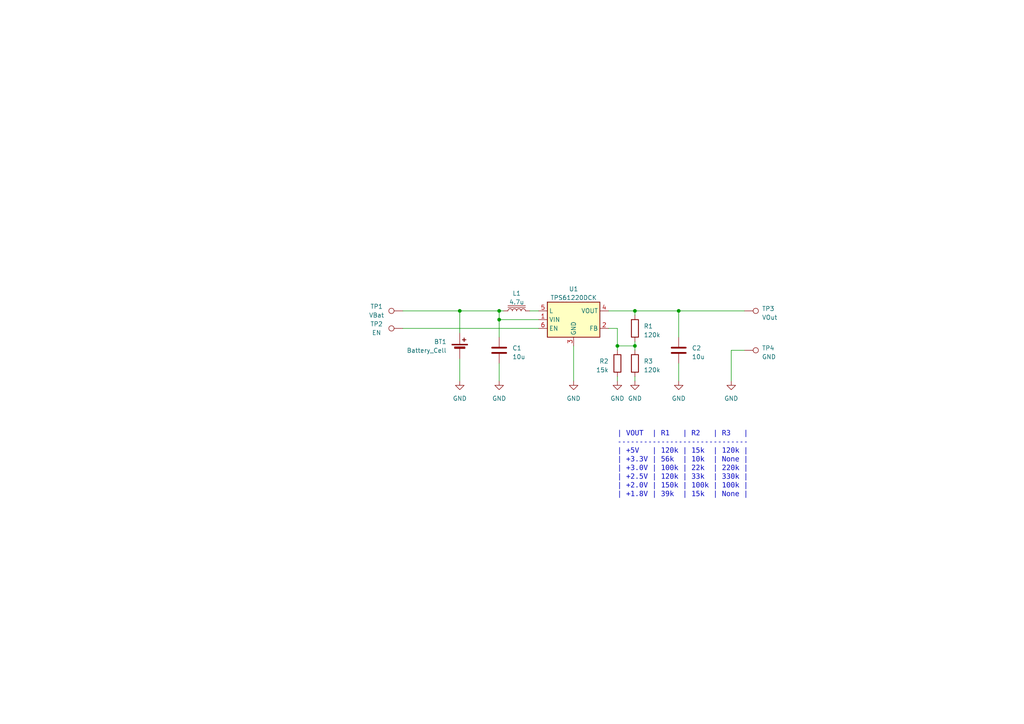
<source format=kicad_sch>
(kicad_sch (version 20230121) (generator eeschema)
  (paper "A4")
  (title_block (title "boost.brick") (date "2023-09-06") (rev "1.0.0") (company "cazaugg") (comment 2 "Built with TI TPS61220") (comment 3 "1.8V to 5V from single AA cell") (comment 4 "Boost Regulator"))
  (lib_symbols
    (symbol "Connector:TestPoint" (pin_numbers hide) (pin_names (offset 0.762) hide)
      (property "Reference" "TP" (at 0 6.858 0))
      (property "Value" "TestPoint" (at 0 5.08 0))
      (symbol "TestPoint_0_1"
        (circle (center 0 3.302) (radius 0.762))
      )
      (symbol "TestPoint_1_1"
        (pin passive line (at 0 0 90) (length 2.54) (name "1") (number "1"))
      )
    )
    (symbol "Device:Battery_Cell" (pin_numbers hide) (pin_names (offset 0) hide)
      (property "Reference" "BT" (at 2.54 2.54 0))
      (property "Value" "Battery_Cell" (at 2.54 0 0))
      (symbol "Battery_Cell_0_1"
        (rectangle (start -2.286 1.778) (end 2.286 1.524) (fill (type outline)))
        (rectangle (start -1.524 1.016) (end 1.524 0.508) (fill (type outline)))
        (polyline (pts (xy 0 0.762) (xy 0 0)))
        (polyline (pts (xy 0 1.778) (xy 0 2.54)))
        (polyline (pts (xy 0.762 3.048) (xy 1.778 3.048)) (stroke (width 0.254)))
        (polyline (pts (xy 1.27 3.556) (xy 1.27 2.54)) (stroke (width 0.254)))
      )
      (symbol "Battery_Cell_1_1"
        (pin passive line (at 0 5.08 270) (length 2.54) (name "+") (number "1"))
        (pin passive line (at 0 -2.54 90) (length 2.54) (name "-") (number "2"))
      )
    )
    (symbol "Device:C" (pin_numbers hide) (pin_names (offset 0.254))
      (property "Reference" "C" (at 0.635 2.54 0))
      (property "Value" "C" (at 0.635 -2.54 0))
      (symbol "C_0_1"
        (polyline (pts (xy -2.032 -0.762) (xy 2.032 -0.762)) (stroke (width 0.508)))
        (polyline (pts (xy -2.032 0.762) (xy 2.032 0.762)) (stroke (width 0.508)))
      )
      (symbol "C_1_1"
        (pin passive line (at 0 3.81 270) (length 2.794) (name "~") (number "1"))
        (pin passive line (at 0 -3.81 90) (length 2.794) (name "~") (number "2"))
      )
    )
    (symbol "Device:L_Iron" (pin_numbers hide) (pin_names (offset 1.016) hide)
      (property "Reference" "L" (at -1.27 0 90))
      (property "Value" "L_Iron" (at 2.794 0 90))
      (symbol "L_Iron_0_1"
        (arc (start 0 -2.54) (mid 0.6323 -1.905) (end 0 -1.27))
        (arc (start 0 -1.27) (mid 0.6323 -0.635) (end 0 0))
        (polyline (pts (xy 1.016 2.54) (xy 1.016 -2.54)))
        (polyline (pts (xy 1.524 -2.54) (xy 1.524 2.54)))
        (arc (start 0 0) (mid 0.6323 0.635) (end 0 1.27))
        (arc (start 0 1.27) (mid 0.6323 1.905) (end 0 2.54))
      )
      (symbol "L_Iron_1_1"
        (pin passive line (at 0 3.81 270) (length 1.27) (name "1") (number "1"))
        (pin passive line (at 0 -3.81 90) (length 1.27) (name "2") (number "2"))
      )
    )
    (symbol "Device:R" (pin_numbers hide) (pin_names (offset 0))
      (property "Reference" "R" (at 2.032 0 90))
      (property "Value" "R" (at 0 0 90))
      (symbol "R_0_1"
        (rectangle (start -1.016 -2.54) (end 1.016 2.54) (stroke (width 0.254)))
      )
      (symbol "R_1_1"
        (pin passive line (at 0 3.81 270) (length 1.27) (name "~") (number "1"))
        (pin passive line (at 0 -3.81 90) (length 1.27) (name "~") (number "2"))
      )
    )
    (symbol "Regulator_Switching:TPS61220DCK"
      (property "Reference" "U" (at -7.62 6.35 0))
      (property "Value" "TPS61220DCK" (at 2.54 6.35 0))
      (symbol "TPS61220DCK_0_1"
        (rectangle (start -7.62 5.08) (end 7.62 -5.08) (stroke (width 0.254)) (fill (type background)))
      )
      (symbol "TPS61220DCK_1_1"
        (pin power_in line (at -10.16 0 0) (length 2.54) (name "VIN") (number "1"))
        (pin input line (at 10.16 -2.54 180) (length 2.54) (name "FB") (number "2"))
        (pin power_in line (at 0 -7.62 90) (length 2.54) (name "GND") (number "3"))
        (pin power_out line (at 10.16 2.54 180) (length 2.54) (name "VOUT") (number "4"))
        (pin power_in line (at -10.16 2.54 0) (length 2.54) (name "L") (number "5"))
        (pin input line (at -10.16 -2.54 0) (length 2.54) (name "EN") (number "6"))
      )
    )
    (symbol "power:GND" (power) (pin_names (offset 0))
      (property "Value" "GND" (at 0 -3.81 0))
      (symbol "GND_0_1"
        (polyline (pts (xy 0 0) (xy 0 -1.27) (xy 1.27 -1.27) (xy 0 -2.54) (xy -1.27 -1.27) (xy 0 -1.27)))
      )
      (symbol "GND_1_1"
        (pin power_in line (at 0 0 270) (length 0) hide (name "GND") (number "1"))
      )
    )
  )
  (junction (at 179.07 100.33))
  (junction (at 144.78 92.71))
  (junction (at 133.35 90.17))
  (junction (at 184.15 100.33))
  (junction (at 196.85 90.17))
  (junction (at 184.15 90.17))
  (junction (at 144.78 90.17))
  (wire (pts (xy 179.07 100.33) (xy 179.07 101.6)))
  (wire (pts (xy 179.07 110.49) (xy 179.07 109.22)))
  (wire (pts (xy 184.15 90.17) (xy 176.53 90.17)))
  (wire (pts (xy 144.78 90.17) (xy 146.05 90.17)))
  (wire (pts (xy 166.37 110.49) (xy 166.37 100.33)))
  (wire (pts (xy 184.15 99.06) (xy 184.15 100.33)))
  (wire (pts (xy 212.09 110.49) (xy 212.09 101.6)))
  (wire (pts (xy 196.85 110.49) (xy 196.85 105.41)))
  (wire (pts (xy 144.78 92.71) (xy 144.78 90.17)))
  (wire (pts (xy 144.78 110.49) (xy 144.78 105.41)))
  (wire (pts (xy 153.67 90.17) (xy 156.21 90.17)))
  (wire (pts (xy 133.35 104.14) (xy 133.35 110.49)))
  (wire (pts (xy 116.84 95.25) (xy 156.21 95.25)))
  (wire (pts (xy 133.35 96.52) (xy 133.35 90.17)))
  (wire (pts (xy 176.53 95.25) (xy 179.07 95.25)))
  (wire (pts (xy 184.15 110.49) (xy 184.15 109.22)))
  (wire (pts (xy 196.85 90.17) (xy 215.9 90.17)))
  (wire (pts (xy 179.07 95.25) (xy 179.07 100.33)))
  (wire (pts (xy 212.09 101.6) (xy 215.9 101.6)))
  (wire (pts (xy 196.85 90.17) (xy 184.15 90.17)))
  (wire (pts (xy 116.84 90.17) (xy 133.35 90.17)))
  (wire (pts (xy 144.78 92.71) (xy 156.21 92.71)))
  (wire (pts (xy 133.35 90.17) (xy 144.78 90.17)))
  (wire (pts (xy 144.78 97.79) (xy 144.78 92.71)))
  (wire (pts (xy 196.85 97.79) (xy 196.85 90.17)))
  (wire (pts (xy 179.07 100.33) (xy 184.15 100.33)))
  (wire (pts (xy 184.15 100.33) (xy 184.15 101.6)))
  (wire (pts (xy 184.15 90.17) (xy 184.15 91.44)))
  (text "| VOUT  | R1   | R2   | R3   |\n------------------------------\n| +5V   | 120k | 15k  | 120k |\n| +3.3V | 56k  | 10k  | None |\n| +3.0V | 100k | 22k  | 220k |\n| +2.5V | 120k | 33k  | 330k |\n| +2.0V | 150k | 100k | 100k |\n| +1.8V | 39k  | 15k  | None |" (at 179.07 144.78 0) (effects (font (size 1.5 1.5)) (justify left bottom)))
  (symbol (lib_id "power:GND") (at 212.09 110.49 0) (unit 1)
    (property "Reference" "#PWR07" (effects hide))
    (property "Value" "GND" (at 212.09 115.57 0))
  )
  (symbol (lib_id "Connector:TestPoint") (at 116.84 95.25 90) (unit 1)
    (property "Reference" "TP2" (at 109.22 93.98 90))
    (property "Value" "EN" (at 109.22 96.52 90))
    (property "Footprint" "TestPoint:TestPoint_THTPad_D2.0mm_Drill1.0mm" (effects hide))
  )
  (symbol (lib_id "Connector:TestPoint") (at 215.9 101.6 270) (unit 1)
    (property "Reference" "TP4" (at 220.98 100.965 90) (effects (justify left)))
    (property "Value" "GND" (at 220.98 103.505 90) (effects (justify left)))
    (property "Footprint" "TestPoint:TestPoint_THTPad_D3.0mm_Drill1.5mm" (effects hide))
  )
  (symbol (lib_id "Device:R") (at 179.07 105.41 0) (mirror x) (unit 1)
    (property "Reference" "R2" (at 176.53 104.775 0) (effects (justify right)))
    (property "Value" "15k" (at 176.53 107.315 0) (effects (justify right)))
    (property "Footprint" "Resistor_SMD:R_0805_2012Metric" (effects hide))
    (property "Specs" "1%, 1/8W" (effects hide))
  )
  (symbol (lib_id "power:GND") (at 179.07 110.49 0) (unit 1)
    (property "Reference" "#PWR04" (effects hide))
    (property "Value" "GND" (at 179.07 115.57 0))
  )
  (symbol (lib_id "Device:R") (at 184.15 105.41 180) (unit 1)
    (property "Reference" "R3" (at 186.69 104.775 0) (effects (justify right)))
    (property "Value" "120k" (at 186.69 107.315 0) (effects (justify right)))
    (property "Footprint" "Resistor_SMD:R_0805_2012Metric" (effects hide))
    (property "Specs" "1%, 1/8W" (effects hide))
  )
  (symbol (lib_id "Device:L_Iron") (at 149.86 90.17 90) (unit 1)
    (property "Reference" "L1" (at 149.86 85.09 90))
    (property "Value" "4.7u" (at 149.86 87.63 90))
    (property "Footprint" "Inductor_SMD:L_Taiyo-Yuden_NR-30xx" (effects hide))
    (property "Manufacturer" "Taiyo Yuden" (effects hide))
    (property "Type" "NR3015T4R7M" (effects hide))
  )
  (symbol (lib_id "Connector:TestPoint") (at 215.9 90.17 270) (unit 1)
    (property "Reference" "TP3" (at 220.98 89.535 90) (effects (justify left)))
    (property "Value" "VOut" (at 220.98 92.075 90) (effects (justify left)))
    (property "Footprint" "TestPoint:TestPoint_THTPad_D3.0mm_Drill1.5mm" (effects hide))
  )
  (symbol (lib_id "Device:C") (at 196.85 101.6 0) (unit 1)
    (property "Reference" "C2" (at 200.66 100.965 0) (effects (justify left)))
    (property "Value" "10u" (at 200.66 103.505 0) (effects (justify left)))
    (property "Footprint" "Capacitor_SMD:C_0805_2012Metric" (effects hide))
    (property "Specs" "10V" (effects hide))
  )
  (symbol (lib_id "Device:C") (at 144.78 101.6 0) (unit 1)
    (property "Reference" "C1" (at 148.59 100.965 0) (effects (justify left)))
    (property "Value" "10u" (at 148.59 103.505 0) (effects (justify left)))
    (property "Footprint" "Capacitor_SMD:C_0805_2012Metric" (effects hide))
    (property "Specs" "10V" (effects hide))
  )
  (symbol (lib_id "power:GND") (at 184.15 110.49 0) (unit 1)
    (property "Reference" "#PWR05" (effects hide))
    (property "Value" "GND" (at 184.15 115.57 0))
  )
  (symbol (lib_id "Device:R") (at 184.15 95.25 180) (unit 1)
    (property "Reference" "R1" (at 186.69 94.615 0) (effects (justify right)))
    (property "Value" "120k" (at 186.69 97.155 0) (effects (justify right)))
    (property "Footprint" "Resistor_SMD:R_0805_2012Metric" (effects hide))
    (property "Specs" "1%, 1/8W" (effects hide))
  )
  (symbol (lib_id "power:GND") (at 144.78 110.49 0) (unit 1)
    (property "Reference" "#PWR02" (effects hide))
    (property "Value" "GND" (at 144.78 115.57 0))
  )
  (symbol (lib_id "power:GND") (at 196.85 110.49 0) (unit 1)
    (property "Reference" "#PWR06" (effects hide))
    (property "Value" "GND" (at 196.85 115.57 0))
  )
  (symbol (lib_id "Regulator_Switching:TPS61220DCK") (at 166.37 92.71 0) (unit 1)
    (property "Reference" "U1" (at 166.37 83.82 0))
    (property "Value" "TPS61220DCK" (at 166.37 86.36 0))
    (property "Footprint" "Package_TO_SOT_SMD:Texas_R-PDSO-G6" (effects hide))
    (property "Datasheet" "http://www.ti.com/lit/ds/symlink/tps61220.pdf" (effects hide))
    (property "Manufacturer" "Texas Instruments" (effects hide))
    (property "Type" "TPS61220DCK" (effects hide))
  )
  (symbol (lib_id "power:GND") (at 166.37 110.49 0) (unit 1)
    (property "Reference" "#PWR03" (effects hide))
    (property "Value" "GND" (at 166.37 115.57 0))
  )
  (symbol (lib_id "Connector:TestPoint") (at 116.84 90.17 90) (unit 1)
    (property "Reference" "TP1" (at 109.22 88.9 90))
    (property "Value" "VBat" (at 109.22 91.44 90))
    (property "Footprint" "TestPoint:TestPoint_THTPad_D2.0mm_Drill1.0mm" (effects hide))
  )
  (symbol (lib_id "power:GND") (at 133.35 110.49 0) (unit 1)
    (property "Reference" "#PWR01" (effects hide))
    (property "Value" "GND" (at 133.35 115.57 0))
  )
  (symbol (lib_id "Device:Battery_Cell") (at 133.35 101.6 0) (unit 1)
    (property "Reference" "BT1" (at 129.54 99.1235 0) (effects (justify right)))
    (property "Value" "Battery_Cell" (at 129.54 101.6635 0) (effects (justify right)))
    (property "Footprint" "Battery:BatteryHolder_Keystone_2460_1xAA" (effects hide))
    (property "Manufacturer" "Keystone" (effects hide))
    (property "Type" "2460" (effects hide))
    (property "Specs" "1xAA" (effects hide))
  )
)
</source>
